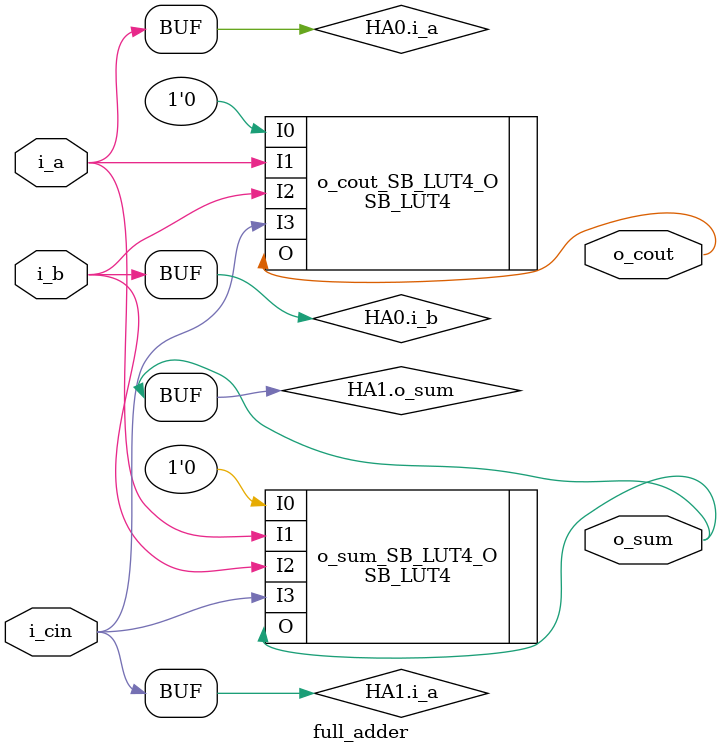
<source format=v>
/* Generated by Yosys 0.22 (git sha1 f109fa3d4c5, clang 14.0.0 -fPIC -Os) */

(* top =  1  *)
(* src = "../verilog/addsub/rtl/full_adder.v:3.1-24.10" *)
module full_adder(i_a, i_b, i_cin, o_sum, o_cout);
  (* hdlname = "HA0 i_a" *)
  (* src = "../verilog/addsub/rtl/full_adder.v:19.14-19.49|../verilog/addsub/rtl/half_adder.v:10.11-10.14" *)
  wire \HA0.i_a ;
  (* hdlname = "HA0 i_b" *)
  (* src = "../verilog/addsub/rtl/full_adder.v:19.14-19.49|../verilog/addsub/rtl/half_adder.v:11.11-11.14" *)
  wire \HA0.i_b ;
  (* hdlname = "HA1 i_a" *)
  (* src = "../verilog/addsub/rtl/full_adder.v:20.14-20.49|../verilog/addsub/rtl/half_adder.v:10.11-10.14" *)
  wire \HA1.i_a ;
  (* hdlname = "HA1 o_sum" *)
  (* src = "../verilog/addsub/rtl/full_adder.v:20.14-20.49|../verilog/addsub/rtl/half_adder.v:12.11-12.16" *)
  wire \HA1.o_sum ;
  (* src = "../verilog/addsub/rtl/full_adder.v:11.11-11.14" *)
  input i_a;
  wire i_a;
  (* src = "../verilog/addsub/rtl/full_adder.v:12.11-12.14" *)
  input i_b;
  wire i_b;
  (* src = "../verilog/addsub/rtl/full_adder.v:13.11-13.16" *)
  input i_cin;
  wire i_cin;
  (* src = "../verilog/addsub/rtl/full_adder.v:15.11-15.17" *)
  output o_cout;
  wire o_cout;
  (* src = "../verilog/addsub/rtl/full_adder.v:14.11-14.16" *)
  output o_sum;
  wire o_sum;
  (* module_not_derived = 32'd1 *)
  (* src = "/usr/local/bin/../share/yosys/ice40/cells_map.v:22.34-23.52" *)
  SB_LUT4 #(
    .LUT_INIT(16'hfcc0)
  ) o_cout_SB_LUT4_O (
    .I0(1'h0),
    .I1(i_a),
    .I2(i_b),
    .I3(i_cin),
    .O(o_cout)
  );
  (* module_not_derived = 32'd1 *)
  (* src = "/usr/local/bin/../share/yosys/ice40/cells_map.v:22.34-23.52" *)
  SB_LUT4 #(
    .LUT_INIT(16'hc33c)
  ) o_sum_SB_LUT4_O (
    .I0(1'h0),
    .I1(i_a),
    .I2(i_b),
    .I3(i_cin),
    .O(o_sum)
  );
  assign \HA0.i_a  = i_a;
  assign \HA0.i_b  = i_b;
  assign \HA1.i_a  = i_cin;
  assign \HA1.o_sum  = o_sum;
endmodule

</source>
